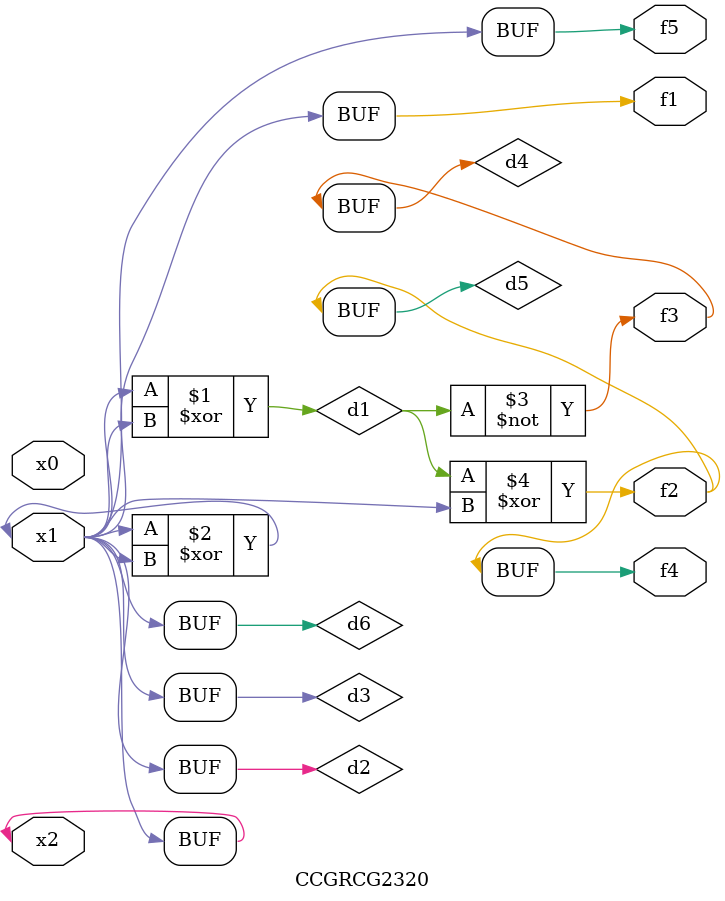
<source format=v>
module CCGRCG2320(
	input x0, x1, x2,
	output f1, f2, f3, f4, f5
);

	wire d1, d2, d3, d4, d5, d6;

	xor (d1, x1, x2);
	buf (d2, x1, x2);
	xor (d3, x1, x2);
	nor (d4, d1);
	xor (d5, d1, d2);
	buf (d6, d2, d3);
	assign f1 = d6;
	assign f2 = d5;
	assign f3 = d4;
	assign f4 = d5;
	assign f5 = d6;
endmodule

</source>
